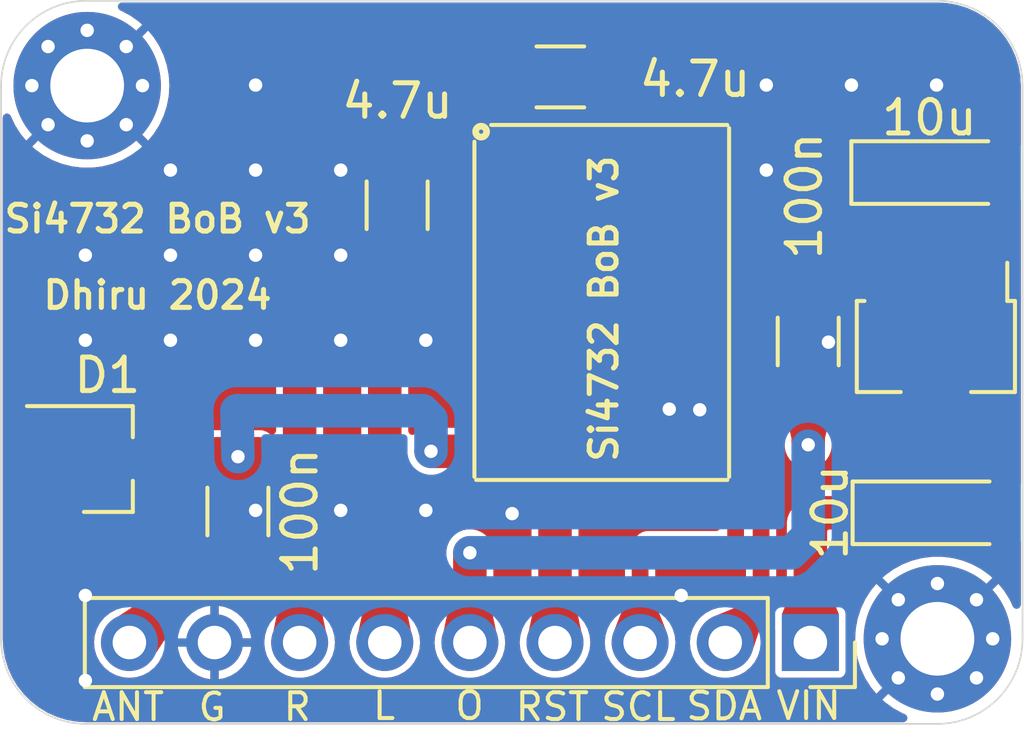
<source format=kicad_pcb>
(kicad_pcb (version 20240108) (generator "pcbnew") (generator_version "8.0")
  (layers (0 "F.Cu" signal) (31 "B.Cu" signal) (34 "B.Paste" user) (35 "F.Paste" user) (36 "B.SilkS" user "B.Silkscreen") (37 "F.SilkS" user "F.Silkscreen") (38 "B.Mask" user) (39 "F.Mask" user) (44 "Edge.Cuts" user))
  (net 0 "")
  (net 1 "+3.3V")
  (net 2 "Net-(U1-RCLK)")
  (net 3 "RX_OSC")
  (net 4 "Net-(JP1-Pin_9)")
  (net 10 "RST")
  (net 11 "SCL")
  (net 12 "SDA")
  (net 13 "LEFT")
  (net 14 "Net-(U1-LOUT{slash}DFS)")
  (net 15 "Net-(U1-ROUT{slash}DOUT)")
  (net 16 "RIGHT")
  (net 17 "GND")
  (net 18 "+5V")
  (net 19 "Net-(D1-COM)")
  (footprint "Capacitor_SMD:C_1206_3216Metric_Pad1.33x1.80mm_HandSolder" (layer "F.Cu") (at 81.026 67.02 -90)
    (property "Reference" "C3" (hide yes))
    (property "Value" "100n" (at -4.35 0.116 90) (layer "F.SilkS"))
    (fp_line (start -0.711252 0.91) (end 0.711252 0.91) (stroke (width 0.12)) (layer "F.SilkS"))
    (fp_line (start -0.711252 -0.91) (end 0.711252 -0.91) (stroke (width 0.12)) (layer "F.SilkS"))
    (pad "1" smd roundrect (at -1.5625 0 270) (size 1.325 1.8) (layers "F.Cu" "F.Paste" "F.Mask") (roundrect_rratio 0.1886792453) (net 2 "Net-(U1-RCLK)"))
    (pad "2" smd roundrect (at 1.5625 0 270) (size 1.325 1.8) (layers "F.Cu" "F.Paste" "F.Mask") (roundrect_rratio 0.1886792453) (net 3 "RX_OSC"))
  )
  (footprint "Capacitor_SMD:C_1206_3216Metric_Pad1.33x1.80mm_HandSolder" (layer "F.Cu") (at 73.63 59.12 180)
    (property "Reference" "C1" (hide yes))
    (property "Value" "4.7u" (at -4.02 -0.07 180) (layer "F.SilkS"))
    (fp_line (start -0.711252 0.91) (end 0.711252 0.91) (stroke (width 0.12)) (layer "F.SilkS"))
    (fp_line (start -0.711252 -0.91) (end 0.711252 -0.91) (stroke (width 0.12)) (layer "F.SilkS"))
    (pad "1" smd roundrect (at -1.5625 0 180) (size 1.325 1.8) (layers "F.Cu" "F.Paste" "F.Mask") (roundrect_rratio 0.1886792453) (net 15 "Net-(U1-ROUT{slash}DOUT)"))
    (pad "2" smd roundrect (at 1.5625 0 180) (size 1.325 1.8) (layers "F.Cu" "F.Paste" "F.Mask") (roundrect_rratio 0.1886792453) (net 16 "RIGHT"))
  )
  (footprint "MountingHole:MountingHole_2.2mm_M2_Pad_Via" (layer "F.Cu") (at 84.8811 75.8986 180)
    (property "Reference" "H2" (hide yes))
    (property "Value" "MountingHole_Pad" (hide yes))
    (pad "1" thru_hole circle (at -1.65 0 180) (size 0.7 0.7) (drill 0.4) (layers "*.Cu" "*.Mask") (net 17 "GND"))
    (pad "1" thru_hole circle (at -1.166726 -1.166726 180) (size 0.7 0.7) (drill 0.4) (layers "*.Cu" "*.Mask") (net 17 "GND"))
    (pad "1" thru_hole circle (at -1.166726 1.166726 180) (size 0.7 0.7) (drill 0.4) (layers "*.Cu" "*.Mask") (net 17 "GND"))
    (pad "1" thru_hole circle (at 0 -1.65 180) (size 0.7 0.7) (drill 0.4) (layers "*.Cu" "*.Mask") (net 17 "GND"))
    (pad "1" thru_hole circle (at 0 0 180) (size 4.4 4.4) (drill 2.2) (layers "*.Cu" "*.Mask") (net 17 "GND"))
    (pad "1" thru_hole circle (at 0 1.65 180) (size 0.7 0.7) (drill 0.4) (layers "*.Cu" "*.Mask") (net 17 "GND"))
    (pad "1" thru_hole circle (at 1.166726 -1.166726 180) (size 0.7 0.7) (drill 0.4) (layers "*.Cu" "*.Mask") (net 17 "GND"))
    (pad "1" thru_hole circle (at 1.166726 1.166726 180) (size 0.7 0.7) (drill 0.4) (layers "*.Cu" "*.Mask") (net 17 "GND"))
    (pad "1" thru_hole circle (at 1.65 0 180) (size 0.7 0.7) (drill 0.4) (layers "*.Cu" "*.Mask") (net 17 "GND"))
  )
  (footprint "Capacitor_SMD:C_1206_3216Metric_Pad1.33x1.80mm_HandSolder" (layer "F.Cu") (at 64.008 72.0975 90)
    (property "Reference" "C13" (hide yes))
    (property "Value" "100n" (at 0 1.85 90) (layer "F.SilkS"))
    (fp_line (start -0.711252 -0.91) (end 0.711252 -0.91) (stroke (width 0.12)) (layer "F.SilkS"))
    (fp_line (start -0.711252 0.91) (end 0.711252 0.91) (stroke (width 0.12)) (layer "F.SilkS"))
    (pad "1" smd roundrect (at -1.5625 0 90) (size 1.325 1.8) (layers "F.Cu" "F.Paste" "F.Mask") (roundrect_rratio 0.1886792453) (net 4 "Net-(JP1-Pin_9)"))
    (pad "2" smd roundrect (at 1.5625 0 90) (size 1.325 1.8) (layers "F.Cu" "F.Paste" "F.Mask") (roundrect_rratio 0.1886792453) (net 19 "Net-(D1-COM)"))
  )
  (footprint "MountingHole:MountingHole_2.2mm_M2_Pad_Via" (layer "F.Cu") (at 59.51 59.38 180)
    (property "Reference" "H1" (hide yes))
    (property "Value" "MountingHole_Pad" (hide yes))
    (pad "1" thru_hole circle (at -1.65 0 180) (size 0.7 0.7) (drill 0.4) (layers "*.Cu" "*.Mask") (net 17 "GND"))
    (pad "1" thru_hole circle (at -1.166726 -1.166726 180) (size 0.7 0.7) (drill 0.4) (layers "*.Cu" "*.Mask") (net 17 "GND"))
    (pad "1" thru_hole circle (at -1.166726 1.166726 180) (size 0.7 0.7) (drill 0.4) (layers "*.Cu" "*.Mask") (net 17 "GND"))
    (pad "1" thru_hole circle (at 0 -1.65 180) (size 0.7 0.7) (drill 0.4) (layers "*.Cu" "*.Mask") (net 17 "GND"))
    (pad "1" thru_hole circle (at 0 0 180) (size 4.4 4.4) (drill 2.2) (layers "*.Cu" "*.Mask") (net 17 "GND"))
    (pad "1" thru_hole circle (at 0 1.65 180) (size 0.7 0.7) (drill 0.4) (layers "*.Cu" "*.Mask") (net 17 "GND"))
    (pad "1" thru_hole circle (at 1.166726 -1.166726 180) (size 0.7 0.7) (drill 0.4) (layers "*.Cu" "*.Mask") (net 17 "GND"))
    (pad "1" thru_hole circle (at 1.166726 1.166726 180) (size 0.7 0.7) (drill 0.4) (layers "*.Cu" "*.Mask") (net 17 "GND"))
    (pad "1" thru_hole circle (at 1.65 0 180) (size 0.7 0.7) (drill 0.4) (layers "*.Cu" "*.Mask") (net 17 "GND"))
  )
  (footprint "Capacitor_Tantalum_SMD:CP_EIA-3216-18_Kemet-A_Pad1.58x1.35mm_HandSolder" (layer "F.Cu") (at 84.7975 61.976)
    (property "Reference" "C4" (hide yes))
    (property "Value" "10u" (at -0.1575 -1.636 0) (layer "F.SilkS"))
    (fp_line (start -2.485 -0.935) (end -2.485 0.935) (stroke (width 0.12)) (layer "F.SilkS"))
    (fp_line (start -2.485 0.935) (end 1.6 0.935) (stroke (width 0.12)) (layer "F.SilkS"))
    (fp_line (start 1.6 -0.935) (end -2.485 -0.935) (stroke (width 0.12)) (layer "F.SilkS"))
    (pad "1" smd roundrect (at -1.4375 0) (size 1.575 1.35) (layers "F.Cu" "F.Paste" "F.Mask") (roundrect_rratio 0.185185) (net 1 "+3.3V"))
    (pad "2" smd roundrect (at 1.4375 0) (size 1.575 1.35) (layers "F.Cu" "F.Paste" "F.Mask") (roundrect_rratio 0.185185) (net 17 "GND"))
  )
  (footprint "Package_TO_SOT_SMD:SOT-89-3_Handsoldering" (layer "F.Cu") (at 84.836 67.17 -90)
    (property "Reference" "U2" (hide yes))
    (property "Value" "HT7833 SOT89 3.3V 500mA LDO" (hide yes))
    (fp_line (start -1.36 2.36) (end -1.36 2.13) (stroke (width 0.12)) (layer "F.SilkS"))
    (fp_line (start 1.36 2.36) (end -1.36 2.36) (stroke (width 0.12)) (layer "F.SilkS"))
    (fp_line (start 1.36 1.05) (end 1.36 2.36) (stroke (width 0.12)) (layer "F.SilkS"))
    (fp_line (start -2.5 -2.13) (end -1.36 -2.13) (stroke (width 0.12)) (layer "F.SilkS"))
    (fp_line (start -1.36 -2.36) (end -1.36 -2.13) (stroke (width 0.12)) (layer "F.SilkS"))
    (fp_line (start -1.36 -2.36) (end 1.36 -2.36) (stroke (width 0.12)) (layer "F.SilkS"))
    (fp_line (start 1.36 -2.36) (end 1.36 -1.05) (stroke (width 0.12)) (layer "F.SilkS"))
    (pad "1" smd rect (at -2.45 -1.5 270) (size 2.3 0.9) (layers "F.Cu" "F.Paste" "F.Mask") (net 17 "GND"))
    (pad "2" smd custom (at -2.3625 0 270) (size 2.475 0.9) (layers "F.Cu" "F.Paste" "F.Mask") (net 18 "+5V") (options (clearance outline) (anchor rect)) (primitives (gr_poly (pts (xy 5.3625 0.8665) (xy 1.2375 0.8665) (xy 1.2375 -0.8665) (xy 5.3625 -0.8665)) (width 0) (fill yes))))
    (pad "3" smd rect (at -2.45 1.5 270) (size 2.3 0.9) (layers "F.Cu" "F.Paste" "F.Mask") (net 1 "+3.3V"))
  )
  (footprint "footprints:PinSocket_1x09_P2.54mm_Vertical_Custom" (layer "F.Cu") (at 81.09 76.01 -90)
    (property "Reference" "JP1" (hide yes))
    (property "Value" "Pin Header" (hide yes))
    (fp_line (start -1.33 21.65) (end 1.33 21.65) (stroke (width 0.12)) (layer "F.SilkS"))
    (fp_line (start -1.33 1.27) (end -1.33 21.65) (stroke (width 0.12)) (layer "F.SilkS"))
    (fp_line (start -1.33 1.27) (end 1.33 1.27) (stroke (width 0.12)) (layer "F.SilkS"))
    (fp_line (start 1.33 1.27) (end 1.33 21.65) (stroke (width 0.12)) (layer "F.SilkS"))
    (fp_line (start 0 -1.33) (end 1.33 -1.33) (stroke (width 0.12)) (layer "F.SilkS"))
    (fp_line (start 1.33 -1.33) (end 1.33 0) (stroke (width 0.12)) (layer "F.SilkS"))
    (pad "1" thru_hole rect (at 0 0 270) (size 1.7 1.7) (drill 1) (layers "*.Cu" "*.Mask") (net 18 "+5V"))
    (pad "2" thru_hole oval (at 0 2.54 270) (size 1.7 1.7) (drill 1) (layers "*.Cu" "*.Mask") (net 12 "SDA"))
    (pad "3" thru_hole oval (at 0 5.08 270) (size 1.7 1.7) (drill 1) (layers "*.Cu" "*.Mask") (net 11 "SCL"))
    (pad "4" thru_hole oval (at 0 7.62 270) (size 1.7 1.7) (drill 1) (layers "*.Cu" "*.Mask") (net 10 "RST"))
    (pad "5" thru_hole oval (at 0 10.16 270) (size 1.7 1.7) (drill 1) (layers "*.Cu" "*.Mask") (net 3 "RX_OSC"))
    (pad "6" thru_hole oval (at 0 12.7 270) (size 1.7 1.7) (drill 1) (layers "*.Cu" "*.Mask") (net 13 "LEFT"))
    (pad "7" thru_hole oval (at 0 15.24 270) (size 1.7 1.7) (drill 1) (layers "*.Cu" "*.Mask") (net 16 "RIGHT"))
    (pad "8" thru_hole oval (at 0 17.78 270) (size 1.7 1.7) (drill 1) (layers "*.Cu" "*.Mask") (net 17 "GND"))
    (pad "9" thru_hole oval (at 0 20.32 270) (size 1.7 1.7) (drill 1) (layers "*.Cu" "*.Mask") (net 4 "Net-(JP1-Pin_9)"))
  )
  (footprint "Package_TO_SOT_SMD:SOT-23_Handsoldering" (layer "F.Cu") (at 60.1125 70.53)
    (property "Reference" "D1" (at 0 -2.5 0) (layer "F.SilkS"))
    (property "Value" "BAT54S")
    (fp_line (start 0.76 -1.58) (end -2.4 -1.58) (stroke (width 0.12)) (layer "F.SilkS"))
    (fp_line (start 0.76 -1.58) (end 0.76 -0.65) (stroke (width 0.12)) (layer "F.SilkS"))
    (fp_line (start 0.76 1.58) (end -0.7 1.58) (stroke (width 0.12)) (layer "F.SilkS"))
    (fp_line (start 0.76 1.58) (end 0.76 0.65) (stroke (width 0.12)) (layer "F.SilkS"))
    (pad "1" smd rect (at -1.5 -0.95) (size 1.9 0.8) (layers "F.Cu" "F.Paste" "F.Mask") (net 17 "GND"))
    (pad "2" smd rect (at -1.5 0.95) (size 1.9 0.8) (layers "F.Cu" "F.Paste" "F.Mask") (net 17 "GND"))
    (pad "3" smd rect (at 1.5 0) (size 1.9 0.8) (layers "F.Cu" "F.Paste" "F.Mask") (net 19 "Net-(D1-COM)"))
  )
  (footprint "Capacitor_Tantalum_SMD:CP_EIA-3216-18_Kemet-A_Pad1.58x1.35mm_HandSolder" (layer "F.Cu") (at 84.836 72.136)
    (property "Reference" "C5" (hide yes))
    (property "Value" "10u" (at -3.156 -0.016 90) (layer "F.SilkS"))
    (fp_line (start -2.485 -0.935) (end -2.485 0.935) (stroke (width 0.12)) (layer "F.SilkS"))
    (fp_line (start -2.485 0.935) (end 1.6 0.935) (stroke (width 0.12)) (layer "F.SilkS"))
    (fp_line (start 1.6 -0.935) (end -2.485 -0.935) (stroke (width 0.12)) (layer "F.SilkS"))
    (pad "1" smd roundrect (at -1.4375 0) (size 1.575 1.35) (layers "F.Cu" "F.Paste" "F.Mask") (roundrect_rratio 0.185185) (net 18 "+5V"))
    (pad "2" smd roundrect (at 1.4375 0) (size 1.575 1.35) (layers "F.Cu" "F.Paste" "F.Mask") (roundrect_rratio 0.185185) (net 17 "GND"))
  )
  (footprint "Capacitor_SMD:C_1206_3216Metric_Pad1.33x1.80mm_HandSolder" (layer "F.Cu") (at 68.76 62.9525 90)
    (property "Reference" "C2" (hide yes))
    (property "Value" "4.7u" (at 3.1125 0.01 180) (layer "F.SilkS"))
    (fp_line (start -0.711252 -0.91) (end 0.711252 -0.91) (stroke (width 0.12)) (layer "F.SilkS"))
    (fp_line (start -0.711252 0.91) (end 0.711252 0.91) (stroke (width 0.12)) (layer "F.SilkS"))
    (pad "1" smd roundrect (at -1.5625 0 90) (size 1.325 1.8) (layers "F.Cu" "F.Paste" "F.Mask") (roundrect_rratio 0.1886792453) (net 13 "LEFT"))
    (pad "2" smd roundrect (at 1.5625 0 90) (size 1.325 1.8) (layers "F.Cu" "F.Paste" "F.Mask") (roundrect_rratio 0.1886792453) (net 14 "Net-(U1-LOUT{slash}DFS)"))
  )
  (footprint "PCM_Package_SO_AKL:SOIC-16_3.9x9.9mm_P1.27mm" (layer "F.Cu") (at 74.8657 65.855)
    (property "Reference" "U1" (hide yes))
    (property "Value" "SI4732-A10-GS" (hide yes))
    (fp_line (start -3.8 -4.8) (end -3.8 5.207) (stroke (width 0.12)) (layer "F.SilkS"))
    (fp_line (start -3.7465 5.3) (end 3.7465 5.3) (stroke (width 0.12)) (layer "F.SilkS"))
    (fp_line (start 3.7465 -5.3) (end -3.3 -5.3) (stroke (width 0.12)) (layer "F.SilkS"))
    (fp_line (start 3.8 5.207) (end 3.8 -5.207) (stroke (width 0.12)) (layer "F.SilkS"))
    (fp_circle (center -3.6 -5.1) (end -3.5365 -5.1) (stroke (width 0.2)) (fill none) (layer "F.SilkS"))
    (pad "1" smd roundrect (at -2.475 -4.445) (size 1.95 0.6) (layers "F.Cu" "F.Paste" "F.Mask") (net 14 "Net-(U1-LOUT{slash}DFS)"))
    (pad "2" smd roundrect (at -2.475 -3.175) (size 1.95 0.6) (layers "F.Cu" "F.Paste" "F.Mask"))
    (pad "3" smd roundrect (at -2.475 -1.905) (size 1.95 0.6) (layers "F.Cu" "F.Paste" "F.Mask"))
    (pad "4" smd roundrect (at -2.475 -0.635) (size 1.95 0.6) (layers "F.Cu" "F.Paste" "F.Mask"))
    (pad "5" smd roundrect (at -2.475 0.635) (size 1.95 0.6) (layers "F.Cu" "F.Paste" "F.Mask"))
    (pad "6" smd roundrect (at -2.475 1.905) (size 1.95 0.6) (layers "F.Cu" "F.Paste" "F.Mask"))
    (pad "7" smd roundrect (at -2.475 3.175) (size 1.95 0.6) (layers "F.Cu" "F.Paste" "F.Mask") (net 17 "GND"))
    (pad "8" smd roundrect (at -2.475 4.445) (size 1.95 0.6) (layers "F.Cu" "F.Paste" "F.Mask") (net 19 "Net-(D1-COM)"))
    (pad "9" smd roundrect (at 2.475 4.445) (size 1.95 0.6) (layers "F.Cu" "F.Paste" "F.Mask") (net 10 "RST"))
    (pad "10" smd roundrect (at 2.475 3.175) (size 1.95 0.6) (layers "F.Cu" "F.Paste" "F.Mask") (net 17 "GND"))
    (pad "11" smd roundrect (at 2.475 1.905) (size 1.95 0.6) (layers "F.Cu" "F.Paste" "F.Mask") (net 11 "SCL"))
    (pad "12" smd roundrect (at 2.475 0.635) (size 1.95 0.6) (layers "F.Cu" "F.Paste" "F.Mask") (net 12 "SDA"))
    (pad "13" smd roundrect (at 2.475 -0.635) (size 1.95 0.6) (layers "F.Cu" "F.Paste" "F.Mask") (net 2 "Net-(U1-RCLK)"))
    (pad "14" smd roundrect (at 2.475 -1.905) (size 1.95 0.6) (layers "F.Cu" "F.Paste" "F.Mask") (net 1 "+3.3V"))
    (pad "15" smd roundrect (at 2.475 -3.175) (size 1.95 0.6) (layers "F.Cu" "F.Paste" "F.Mask") (net 17 "GND"))
    (pad "16" smd roundrect (at 2.475 -4.445) (size 1.95 0.6) (layers "F.Cu" "F.Paste" "F.Mask") (net 15 "Net-(U1-ROUT{slash}DOUT)"))
  )
  (gr_arc (start 84.8811 56.8486) (mid 86.677151 57.592549) (end 87.4211 59.3886) (stroke (width 0.05)) (layer "Edge.Cuts"))
  (gr_line (start 56.9411 75.8986) (end 56.9411 59.3886) (stroke (width 0.05)) (layer "Edge.Cuts"))
  (gr_line (start 84.8811 78.4386) (end 59.4811 78.4386) (stroke (width 0.05)) (layer "Edge.Cuts"))
  (gr_arc (start 59.4811 78.4386) (mid 57.685049 77.694651) (end 56.9411 75.8986) (stroke (width 0.05)) (layer "Edge.Cuts"))
  (gr_line (start 87.4211 59.3886) (end 87.4211 75.8986) (stroke (width 0.05)) (layer "Edge.Cuts"))
  (gr_arc (start 56.9411 59.3886) (mid 57.685049 57.592549) (end 59.4811 56.8486) (stroke (width 0.05)) (layer "Edge.Cuts"))
  (gr_line (start 59.4811 56.8486) (end 84.8811 56.8486) (stroke (width 0.05)) (layer "Edge.Cuts"))
  (gr_arc (start 87.4211 75.8986) (mid 86.677151 77.694651) (end 84.8811 78.4386) (stroke (width 0.05)) (layer "Edge.Cuts"))
  (gr_text "SDA\n" (at 78.52 77.91 0) (layer "F.SilkS") (effects (font (size 0.8 0.8) (thickness 0.12))))
  (gr_text "Si4732 BoB v3" (at 74.93 66.04 90) (layer "F.SilkS") (effects (font (size 0.8 0.8) (thickness 0.1524))))
  (gr_text "L" (at 68.37 77.9 0) (layer "F.SilkS") (effects (font (size 0.8 0.8) (thickness 0.12))))
  (gr_text "G" (at 63.24 77.94 0) (layer "F.SilkS") (effects (font (size 0.8 0.8) (thickness 0.12))))
  (gr_text "RST" (at 73.39 77.93 0) (layer "F.SilkS") (effects (font (size 0.8 0.8) (thickness 0.12))))
  (gr_text "R\n" (at 65.78 77.93 0) (layer "F.SilkS") (effects (font (size 0.8 0.8) (thickness 0.12))))
  (gr_text "ANT" (at 60.73 77.93 0) (layer "F.SilkS") (effects (font (size 0.8 0.8) (thickness 0.12))))
  (gr_text "O" (at 70.92 77.9 0) (layer "F.SilkS") (effects (font (size 0.8 0.8) (thickness 0.12))))
  (gr_text "SCL" (at 75.96 77.93 0) (layer "F.SilkS") (effects (font (size 0.8 0.8) (thickness 0.12))))
  (gr_text "Si4732 BoB v3" (at 61.61 63.36 0) (layer "F.SilkS") (effects (font (size 0.8 0.8) (thickness 0.1524))))
  (gr_text "Dhiru 2024" (at 61.61 65.64 0) (layer "F.SilkS") (effects (font (size 0.8 0.8) (thickness 0.1524))))
  (gr_text "VIN" (at 81.04 77.9 0) (layer "F.SilkS") (effects (font (size 0.8 0.8) (thickness 0.12))))
  (segment (start 77.3407 63.95) (end 83.13 63.95) (width 0.5) (layer "F.Cu") (net 1))
  (segment (start 83.336 64.72) (end 83.336 62.077) (width 1) (layer "F.Cu") (net 1))
  (segment (start 77.3407 65.22) (end 81.1025 65.22) (width 0.5) (layer "F.Cu") (net 2))
  (segment (start 81.026 70.104) (end 81.026 68.5825) (width 1) (layer "F.Cu") (net 3))
  (segment (start 70.93 76.01) (end 70.93 73.33) (width 1) (layer "F.Cu") (net 3))
  (via (at 81.026 70.104) (size 0.8) (drill 0.4) (layers "F.Cu" "B.Cu") (net 3))
  (via (at 70.93 73.33) (size 0.8) (drill 0.4) (layers "F.Cu" "B.Cu") (net 3))
  (segment (start 70.93 73.33) (end 80.518 73.33) (width 1) (layer "B.Cu") (net 3))
  (segment (start 81.026 72.822) (end 80.518 73.33) (width 1) (layer "B.Cu") (net 3))
  (segment (start 81.026 72.39) (end 81.026 70.148) (width 1) (layer "B.Cu") (net 3))
  (segment (start 81.026 72.39) (end 81.026 72.822) (width 1) (layer "B.Cu") (net 3))
  (segment (start 60.77 76.01) (end 63.12 73.66) (width 1) (layer "F.Cu") (net 4))
  (segment (start 63.12 73.66) (end 64.008 73.66) (width 1) (layer "F.Cu") (net 4))
  (segment (start 77.3407 71.3893) (end 77.3407 70.64) (width 1) (layer "F.Cu") (net 10))
  (segment (start 77.3407 71.2593) (end 77.27 71.33) (width 0.25) (layer "F.Cu") (net 10))
  (segment (start 73.47 76.01) (end 73.47 71.74) (width 1) (layer "F.Cu") (net 10))
  (segment (start 73.47 71.74) (end 73.63 71.58) (width 1) (layer "F.Cu") (net 10))
  (segment (start 77.15 71.58) (end 77.3407 71.3893) (width 1) (layer "F.Cu") (net 10))
  (segment (start 73.63 71.58) (end 77.15 71.58) (width 1) (layer "F.Cu") (net 10))
  (segment (start 77.3407 70.64) (end 77.3407 71.2593) (width 0.25) (layer "F.Cu") (net 10))
  (segment (start 77.3407 70.3) (end 77.3407 70.64) (width 0.25) (layer "F.Cu") (net 10))
  (segment (start 76.01 76.01) (end 76.01 73.38) (width 0.5) (layer "F.Cu") (net 11))
  (segment (start 78.56 67.76) (end 77.3407 67.76) (width 0.5) (layer "F.Cu") (net 11))
  (segment (start 76.26 73.13) (end 78.86 73.13) (width 0.5) (layer "F.Cu") (net 11))
  (segment (start 78.86 68.06) (end 78.56 67.76) (width 0.5) (layer "F.Cu") (net 11))
  (segment (start 76.01 73.38) (end 76.26 73.13) (width 0.5) (layer "F.Cu") (net 11))
  (segment (start 78.86 73.13) (end 78.86 68.06) (width 0.5) (layer "F.Cu") (net 11))
  (segment (start 79.06 66.49) (end 79.15 66.58) (width 0.25) (layer "F.Cu") (net 12))
  (segment (start 79.62 66.69) (end 79.62 74.94) (width 0.5) (layer "F.Cu") (net 12))
  (segment (start 79.42 66.49) (end 79.62 66.69) (width 0.5) (layer "F.Cu") (net 12))
  (segment (start 77.3407 66.49) (end 79.42 66.49) (width 0.5) (layer "F.Cu") (net 12))
  (segment (start 77.52 66.49) (end 79.06 66.49) (width 0.25) (layer "F.Cu") (net 12))
  (segment (start 79.62 74.94) (end 78.55 76.01) (width 0.5) (layer "F.Cu") (net 12))
  (segment (start 68.39 76.01) (end 68.39 64.885) (width 1) (layer "F.Cu") (net 13))
  (segment (start 68.39 64.885) (end 68.76 64.515) (width 1) (layer "F.Cu") (net 13))
  (segment (start 72.3707 61.39) (end 72.3907 61.41) (width 1) (layer "F.Cu") (net 14))
  (segment (start 68.76 61.39) (end 72.3707 61.39) (width 1) (layer "F.Cu") (net 14))
  (segment (start 77.22 59.12) (end 77.42 59.32) (width 1) (layer "F.Cu") (net 15))
  (segment (start 77.42 59.32) (end 77.42 61.3307) (width 1) (layer "F.Cu") (net 15))
  (segment (start 75.1925 59.12) (end 77.22 59.12) (width 1) (layer "F.Cu") (net 15))
  (segment (start 77.42 61.3307) (end 77.3407 61.41) (width 1) (layer "F.Cu") (net 15))
  (segment (start 72.0675 59.12) (end 65.92 59.12) (width 1) (layer "F.Cu") (net 16))
  (segment (start 65.85 59.19) (end 65.85 76.01) (width 1) (layer "F.Cu") (net 16))
  (segment (start 65.92 59.12) (end 65.85 59.19) (width 1) (layer "F.Cu") (net 16))
  (via (at 77.79 69.06) (size 0.8) (drill 0.4) (layers "F.Cu" "B.Cu") (net 17))
  (via (at 64.5361 72.0636) (size 0.8) (drill 0.4) (layers "F.Cu" "B.Cu") (net 17))
  (via (at 67.0761 64.4436) (size 0.8) (drill 0.4) (layers "F.Cu" "B.Cu") (net 17))
  (via (at 59.4561 64.4436) (size 0.8) (drill 0.4) (layers "F.Cu" "B.Cu") (net 17))
  (via (at 67.0761 61.9036) (size 0.8) (drill 0.4) (layers "F.Cu" "B.Cu") (net 17))
  (via (at 59.4561 77.1436) (size 0.8) (drill 0.4) (layers "F.Cu" "B.Cu") (net 17))
  (via (at 61.9961 66.9836) (size 0.8) (drill 0.4) (layers "F.Cu" "B.Cu") (net 17))
  (via (at 59.4561 66.9836) (size 0.8) (drill 0.4) (layers "F.Cu" "B.Cu") (net 17))
  (via (at 64.5361 64.4436) (size 0.8) (drill 0.4) (layers "F.Cu" "B.Cu") (net 17))
  (via (at 79.7761 59.3636) (size 0.8) (drill 0.4) (layers "F.Cu" "B.Cu") (net 17))
  (via (at 79.7761 61.9036) (size 0.8) (drill 0.4) (layers "F.Cu" "B.Cu") (net 17))
  (via (at 64.5361 66.9836) (size 0.8) (drill 0.4) (layers "F.Cu" "B.Cu") (net 17))
  (via (at 64.5361 61.9036) (size 0.8) (drill 0.4) (layers "F.Cu" "B.Cu") (net 17))
  (via (at 81.63 67.04) (size 0.8) (drill 0.4) (layers "F.Cu" "B.Cu") (net 17))
  (via (at 77.2361 74.6036) (size 0.8) (drill 0.4) (layers "F.Cu" "B.Cu") (net 17))
  (via (at 61.9961 61.9036) (size 0.8) (drill 0.4) (layers "F.Cu" "B.Cu") (net 17))
  (via (at 72.19 72.16) (size 0.8) (drill 0.4) (layers "F.Cu" "B.Cu") (net 17))
  (via (at 67.0761 72.0636) (size 0.8) (drill 0.4) (layers "F.Cu" "B.Cu") (net 17))
  (via (at 61.9961 64.4436) (size 0.8) (drill 0.4) (layers "F.Cu" "B.Cu") (net 17))
  (via (at 69.6161 66.9836) (size 0.8) (drill 0.4) (layers "F.Cu" "B.Cu") (net 17))
  (via (at 67.0761 66.9836) (size 0.8) (drill 0.4) (layers "F.Cu" "B.Cu") (net 17))
  (via (at 69.6161 72.0636) (size 0.8) (drill 0.4) (layers "F.Cu" "B.Cu") (net 17))
  (via (at 64.5361 59.3636) (size 0.8) (drill 0.4) (layers "F.Cu" "B.Cu") (net 17))
  (via (at 82.3161 59.3636) (size 0.8) (drill 0.4) (layers "F.Cu" "B.Cu") (net 17))
  (via (at 76.88 69.04) (size 0.8) (drill 0.4) (layers "F.Cu" "B.Cu") (net 17))
  (via (at 59.4561 74.6036) (size 0.8) (drill 0.4) (layers "F.Cu" "B.Cu") (net 17))
  (via (at 84.8561 59.3636) (size 0.8) (drill 0.4) (layers "F.Cu" "B.Cu") (net 17))
  (segment (start 81.09 72.47) (end 81.424 72.136) (width 1) (layer "F.Cu") (net 18))
  (segment (start 84.836 64.8075) (end 84.836 70.6985) (width 1) (layer "F.Cu") (net 18))
  (segment (start 84.836 70.6985) (end 83.3985 72.136) (width 1) (layer "F.Cu") (net 18))
  (segment (start 81.09 76.01) (end 81.09 72.47) (width 1) (layer "F.Cu") (net 18))
  (segment (start 81.424 72.136) (end 83.3985 72.136) (width 1) (layer "F.Cu") (net 18))
  (segment (start 64.008 70.535) (end 61.055 70.535) (width 1) (layer "F.Cu") (net 19))
  (segment (start 72.3907 70.3) (end 69.77 70.3) (width 1) (layer "F.Cu") (net 19))
  (via (at 64.01 70.46) (size 0.8) (drill 0.4) (layers "F.Cu" "B.Cu") (net 19))
  (via (at 69.77 70.3) (size 0.8) (drill 0.4) (layers "F.Cu" "B.Cu") (net 19))
  (segment (start 69.77 69.34) (end 69.77 70.3) (width 1) (layer "B.Cu") (net 19))
  (segment (start 63.98 69.088) (end 64.01 70.46) (width 1) (layer "B.Cu") (net 19))
  (segment (start 69.518 69.088) (end 69.77 69.34) (width 1) (layer "B.Cu") (net 19))
  (segment (start 63.98 69.088) (end 69.518 69.088) (width 1) (layer "B.Cu") (net 19))
  (zone (net 17) (net_name "GND") (layer "F.Cu") (connect_pads (clearance 0.2)) (min_thickness 0.25) (fill yes (thermal_gap 0.25) (thermal_bridge_width 0.25) (smoothing chamfer) (radius 0.05) (island_removal_mode 2) (island_area_min 10))
    (polygon (pts (xy 56.95 56.86) (xy 56.97 78.42) (xy 87.48 78.41) (xy 87.46 56.85)))
  )
  (zone (net 17) (net_name "GND") (layer "B.Cu") (priority 2) (connect_pads (clearance 0.2)) (min_thickness 0.25) (fill yes (thermal_gap 0.25) (thermal_bridge_width 0.25) (smoothing chamfer) (radius 0.05) (island_removal_mode 2) (island_area_min 10))
    (polygon (pts (xy 56.95 56.88) (xy 56.96 78.43) (xy 87.46 78.42) (xy 87.45 56.87)))
  )
)
</source>
